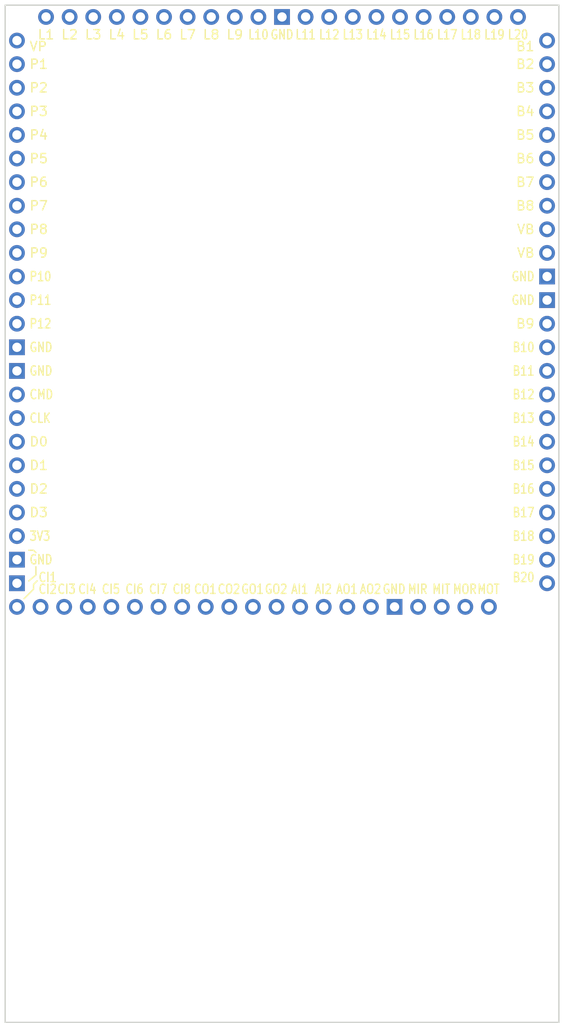
<source format=kicad_pcb>
(kicad_pcb (version 20171130) (host pcbnew "(5.1.9-0-10_14)")

  (general
    (thickness 1.6)
    (drawings 100)
    (tracks 0)
    (zones 0)
    (modules 4)
    (nets 83)
  )

  (page A4)
  (layers
    (0 F.Cu signal)
    (31 B.Cu signal)
    (32 B.Adhes user)
    (33 F.Adhes user)
    (34 B.Paste user)
    (35 F.Paste user)
    (36 B.SilkS user)
    (37 F.SilkS user)
    (38 B.Mask user)
    (39 F.Mask user)
    (40 Dwgs.User user)
    (41 Cmts.User user)
    (42 Eco1.User user)
    (43 Eco2.User user)
    (44 Edge.Cuts user)
    (45 Margin user)
    (46 B.CrtYd user hide)
    (47 F.CrtYd user hide)
    (48 B.Fab user hide)
    (49 F.Fab user hide)
  )

  (setup
    (last_trace_width 0.1524)
    (user_trace_width 0.1524)
    (user_trace_width 0.254)
    (user_trace_width 0.4064)
    (user_trace_width 0.635)
    (trace_clearance 0.1524)
    (zone_clearance 0.508)
    (zone_45_only no)
    (trace_min 0.1524)
    (via_size 0.6858)
    (via_drill 0.3048)
    (via_min_size 0.6858)
    (via_min_drill 0.3048)
    (uvia_size 0.3048)
    (uvia_drill 0.1524)
    (uvias_allowed no)
    (uvia_min_size 0.2)
    (uvia_min_drill 0.1)
    (edge_width 0.15)
    (segment_width 0.15)
    (pcb_text_width 0.3)
    (pcb_text_size 1.5 1.5)
    (mod_edge_width 0.15)
    (mod_text_size 1 1)
    (mod_text_width 0.15)
    (pad_size 1.7 1.7)
    (pad_drill 1)
    (pad_to_mask_clearance 0.2)
    (aux_axis_origin 0 0)
    (grid_origin 0 9.5)
    (visible_elements FFFFFF7F)
    (pcbplotparams
      (layerselection 0x010fc_ffffffff)
      (usegerberextensions false)
      (usegerberattributes false)
      (usegerberadvancedattributes false)
      (creategerberjobfile false)
      (excludeedgelayer true)
      (linewidth 0.100000)
      (plotframeref false)
      (viasonmask false)
      (mode 1)
      (useauxorigin false)
      (hpglpennumber 1)
      (hpglpenspeed 20)
      (hpglpendiameter 15.000000)
      (psnegative false)
      (psa4output false)
      (plotreference true)
      (plotvalue true)
      (plotinvisibletext false)
      (padsonsilk false)
      (subtractmaskfromsilk false)
      (outputformat 1)
      (mirror false)
      (drillshape 1)
      (scaleselection 1)
      (outputdirectory ""))
  )

  (net 0 "")
  (net 1 GND)
  (net 2 P1)
  (net 3 P2)
  (net 4 P3)
  (net 5 P4)
  (net 6 P5)
  (net 7 P6)
  (net 8 P7)
  (net 9 P8)
  (net 10 P9)
  (net 11 P10)
  (net 12 P11)
  (net 13 P12)
  (net 14 L20)
  (net 15 L19)
  (net 16 L18)
  (net 17 L17)
  (net 18 L16)
  (net 19 L15)
  (net 20 L14)
  (net 21 L13)
  (net 22 L12)
  (net 23 L11)
  (net 24 L10)
  (net 25 L9)
  (net 26 L8)
  (net 27 L7)
  (net 28 L6)
  (net 29 L5)
  (net 30 L4)
  (net 31 L3)
  (net 32 L2)
  (net 33 L1)
  (net 34 B1)
  (net 35 B2)
  (net 36 B3)
  (net 37 B4)
  (net 38 B5)
  (net 39 B6)
  (net 40 B7)
  (net 41 B8)
  (net 42 B9)
  (net 43 B10)
  (net 44 B11)
  (net 45 B12)
  (net 46 B13)
  (net 47 B14)
  (net 48 B15)
  (net 49 B16)
  (net 50 B17)
  (net 51 B18)
  (net 52 B19)
  (net 53 B20)
  (net 54 GO2)
  (net 55 GO1)
  (net 56 CI1)
  (net 57 CI2)
  (net 58 CI3)
  (net 59 CI4)
  (net 60 CI5)
  (net 61 CI6)
  (net 62 CI7)
  (net 63 CI8)
  (net 64 CO1)
  (net 65 CO2)
  (net 66 AI1)
  (net 67 AI2)
  (net 68 AO1)
  (net 69 AO2)
  (net 70 SDCMD)
  (net 71 SDCLK)
  (net 72 SDD0)
  (net 73 SDD1)
  (net 74 SDD2)
  (net 75 SDD3)
  (net 76 3V3)
  (net 77 VP)
  (net 78 MIR)
  (net 79 MIT)
  (net 80 MOR)
  (net 81 MOT)
  (net 82 VB)

  (net_class Default "This is the default net class."
    (clearance 0.1524)
    (trace_width 0.1524)
    (via_dia 0.6858)
    (via_drill 0.3048)
    (uvia_dia 0.3048)
    (uvia_drill 0.1524)
    (diff_pair_width 0.1524)
    (diff_pair_gap 0.1524)
    (add_net 3V3)
    (add_net AI1)
    (add_net AI2)
    (add_net AO1)
    (add_net AO2)
    (add_net B1)
    (add_net B10)
    (add_net B11)
    (add_net B12)
    (add_net B13)
    (add_net B14)
    (add_net B15)
    (add_net B16)
    (add_net B17)
    (add_net B18)
    (add_net B19)
    (add_net B2)
    (add_net B20)
    (add_net B3)
    (add_net B4)
    (add_net B5)
    (add_net B6)
    (add_net B7)
    (add_net B8)
    (add_net B9)
    (add_net CI1)
    (add_net CI2)
    (add_net CI3)
    (add_net CI4)
    (add_net CI5)
    (add_net CI6)
    (add_net CI7)
    (add_net CI8)
    (add_net CO1)
    (add_net CO2)
    (add_net GND)
    (add_net GO1)
    (add_net GO2)
    (add_net L1)
    (add_net L10)
    (add_net L11)
    (add_net L12)
    (add_net L13)
    (add_net L14)
    (add_net L15)
    (add_net L16)
    (add_net L17)
    (add_net L18)
    (add_net L19)
    (add_net L2)
    (add_net L20)
    (add_net L3)
    (add_net L4)
    (add_net L5)
    (add_net L6)
    (add_net L7)
    (add_net L8)
    (add_net L9)
    (add_net MIR)
    (add_net MIT)
    (add_net MOR)
    (add_net MOT)
    (add_net P1)
    (add_net P10)
    (add_net P11)
    (add_net P12)
    (add_net P2)
    (add_net P3)
    (add_net P4)
    (add_net P5)
    (add_net P6)
    (add_net P7)
    (add_net P8)
    (add_net P9)
    (add_net SDCLK)
    (add_net SDCMD)
    (add_net SDD0)
    (add_net SDD1)
    (add_net SDD2)
    (add_net SDD3)
    (add_net VB)
    (add_net VP)
  )

  (module Connector_PinHeader_2.54mm:PinHeader_1x21_P2.54mm_Vertical (layer B.Cu) (tedit 608D0EE5) (tstamp 608D0CC2)
    (at 1.77 74.27 270)
    (descr "Through hole straight pin header, 1x21, 2.54mm pitch, single row")
    (tags "Through hole pin header THT 1x21 2.54mm single row")
    (path /608C80B8)
    (fp_text reference J2 (at 0 2.33 270) (layer B.SilkS) hide
      (effects (font (size 1 1) (thickness 0.15)) (justify mirror))
    )
    (fp_text value BOTTOM (at 0 -53.13 270) (layer B.Fab)
      (effects (font (size 1 1) (thickness 0.15)) (justify mirror))
    )
    (fp_line (start 1.8 1.8) (end -1.8 1.8) (layer B.CrtYd) (width 0.05))
    (fp_line (start 1.8 -52.6) (end 1.8 1.8) (layer B.CrtYd) (width 0.05))
    (fp_line (start -1.8 -52.6) (end 1.8 -52.6) (layer B.CrtYd) (width 0.05))
    (fp_line (start -1.8 1.8) (end -1.8 -52.6) (layer B.CrtYd) (width 0.05))
    (fp_line (start -1.27 0.635) (end -0.635 1.27) (layer B.Fab) (width 0.1))
    (fp_line (start -1.27 -52.07) (end -1.27 0.635) (layer B.Fab) (width 0.1))
    (fp_line (start 1.27 -52.07) (end -1.27 -52.07) (layer B.Fab) (width 0.1))
    (fp_line (start 1.27 1.27) (end 1.27 -52.07) (layer B.Fab) (width 0.1))
    (fp_line (start -0.635 1.27) (end 1.27 1.27) (layer B.Fab) (width 0.1))
    (fp_text user %R (at 0 -25.4 180) (layer B.Fab)
      (effects (font (size 1 1) (thickness 0.15)) (justify mirror))
    )
    (pad 1 thru_hole oval (at 0 0 270) (size 1.7 1.7) (drill 1) (layers *.Cu *.Mask)
      (net 56 CI1))
    (pad 2 thru_hole oval (at 0 -2.54 270) (size 1.7 1.7) (drill 1) (layers *.Cu *.Mask)
      (net 57 CI2))
    (pad 3 thru_hole oval (at 0 -5.08 270) (size 1.7 1.7) (drill 1) (layers *.Cu *.Mask)
      (net 58 CI3))
    (pad 4 thru_hole oval (at 0 -7.62 270) (size 1.7 1.7) (drill 1) (layers *.Cu *.Mask)
      (net 59 CI4))
    (pad 5 thru_hole oval (at 0 -10.16 270) (size 1.7 1.7) (drill 1) (layers *.Cu *.Mask)
      (net 60 CI5))
    (pad 6 thru_hole oval (at 0 -12.7 270) (size 1.7 1.7) (drill 1) (layers *.Cu *.Mask)
      (net 61 CI6))
    (pad 7 thru_hole oval (at 0 -15.24 270) (size 1.7 1.7) (drill 1) (layers *.Cu *.Mask)
      (net 62 CI7))
    (pad 8 thru_hole oval (at 0 -17.78 270) (size 1.7 1.7) (drill 1) (layers *.Cu *.Mask)
      (net 63 CI8))
    (pad 9 thru_hole oval (at 0 -20.32 270) (size 1.7 1.7) (drill 1) (layers *.Cu *.Mask)
      (net 64 CO1))
    (pad 10 thru_hole oval (at 0 -22.86 270) (size 1.7 1.7) (drill 1) (layers *.Cu *.Mask)
      (net 65 CO2))
    (pad 11 thru_hole oval (at 0 -25.4 270) (size 1.7 1.7) (drill 1) (layers *.Cu *.Mask)
      (net 55 GO1))
    (pad 12 thru_hole oval (at 0 -27.94 270) (size 1.7 1.7) (drill 1) (layers *.Cu *.Mask)
      (net 54 GO2))
    (pad 13 thru_hole oval (at 0 -30.48 270) (size 1.7 1.7) (drill 1) (layers *.Cu *.Mask)
      (net 66 AI1))
    (pad 14 thru_hole oval (at 0 -33.02 270) (size 1.7 1.7) (drill 1) (layers *.Cu *.Mask)
      (net 67 AI2))
    (pad 15 thru_hole oval (at 0 -35.56 270) (size 1.7 1.7) (drill 1) (layers *.Cu *.Mask)
      (net 68 AO1))
    (pad 16 thru_hole oval (at 0 -38.1 270) (size 1.7 1.7) (drill 1) (layers *.Cu *.Mask)
      (net 69 AO2))
    (pad 17 thru_hole rect (at 0 -40.64 270) (size 1.7 1.7) (drill 1) (layers *.Cu *.Mask)
      (net 1 GND))
    (pad 18 thru_hole oval (at 0 -43.18 270) (size 1.7 1.7) (drill 1) (layers *.Cu *.Mask)
      (net 78 MIR))
    (pad 19 thru_hole oval (at 0 -45.72 270) (size 1.7 1.7) (drill 1) (layers *.Cu *.Mask)
      (net 79 MIT))
    (pad 20 thru_hole oval (at 0 -48.26 270) (size 1.7 1.7) (drill 1) (layers *.Cu *.Mask)
      (net 80 MOR))
    (pad 21 thru_hole oval (at 0 -50.8 270) (size 1.7 1.7) (drill 1) (layers *.Cu *.Mask)
      (net 81 MOT))
    (model ${KISYS3DMOD}/Connector_PinHeader_2.54mm.3dshapes/PinHeader_1x21_P2.54mm_Vertical.wrl
      (at (xyz 0 0 0))
      (scale (xyz 1 1 1))
      (rotate (xyz 0 0 0))
    )
  )

  (module Connector_PinHeader_2.54mm:PinHeader_1x21_P2.54mm_Vertical (layer B.Cu) (tedit 608D105C) (tstamp 608D0CEA)
    (at 4.9 10.77 270)
    (descr "Through hole straight pin header, 1x21, 2.54mm pitch, single row")
    (tags "Through hole pin header THT 1x21 2.54mm single row")
    (path /608D2E60)
    (fp_text reference J4 (at 0 2.33 270) (layer B.SilkS) hide
      (effects (font (size 1 1) (thickness 0.15)) (justify mirror))
    )
    (fp_text value TOP (at 0 -53.13 270) (layer B.Fab)
      (effects (font (size 1 1) (thickness 0.15)) (justify mirror))
    )
    (fp_line (start -0.635 1.27) (end 1.27 1.27) (layer B.Fab) (width 0.1))
    (fp_line (start 1.27 1.27) (end 1.27 -52.07) (layer B.Fab) (width 0.1))
    (fp_line (start 1.27 -52.07) (end -1.27 -52.07) (layer B.Fab) (width 0.1))
    (fp_line (start -1.27 -52.07) (end -1.27 0.635) (layer B.Fab) (width 0.1))
    (fp_line (start -1.27 0.635) (end -0.635 1.27) (layer B.Fab) (width 0.1))
    (fp_line (start -1.8 1.8) (end -1.8 -52.6) (layer B.CrtYd) (width 0.05))
    (fp_line (start -1.8 -52.6) (end 1.8 -52.6) (layer B.CrtYd) (width 0.05))
    (fp_line (start 1.8 -52.6) (end 1.8 1.8) (layer B.CrtYd) (width 0.05))
    (fp_line (start 1.8 1.8) (end -1.8 1.8) (layer B.CrtYd) (width 0.05))
    (fp_text user %R (at 0 -25.4 180) (layer B.Fab)
      (effects (font (size 1 1) (thickness 0.15)) (justify mirror))
    )
    (pad 21 thru_hole oval (at 0 -50.8 270) (size 1.7 1.7) (drill 1) (layers *.Cu *.Mask)
      (net 14 L20))
    (pad 20 thru_hole oval (at 0 -48.26 270) (size 1.7 1.7) (drill 1) (layers *.Cu *.Mask)
      (net 15 L19))
    (pad 19 thru_hole oval (at 0 -45.72 270) (size 1.7 1.7) (drill 1) (layers *.Cu *.Mask)
      (net 16 L18))
    (pad 18 thru_hole oval (at 0 -43.18 270) (size 1.7 1.7) (drill 1) (layers *.Cu *.Mask)
      (net 17 L17))
    (pad 17 thru_hole oval (at 0 -40.64 270) (size 1.7 1.7) (drill 1) (layers *.Cu *.Mask)
      (net 18 L16))
    (pad 16 thru_hole oval (at 0 -38.1 270) (size 1.7 1.7) (drill 1) (layers *.Cu *.Mask)
      (net 19 L15))
    (pad 15 thru_hole oval (at 0 -35.56 270) (size 1.7 1.7) (drill 1) (layers *.Cu *.Mask)
      (net 20 L14))
    (pad 14 thru_hole oval (at 0 -33.02 270) (size 1.7 1.7) (drill 1) (layers *.Cu *.Mask)
      (net 21 L13))
    (pad 13 thru_hole oval (at 0 -30.48 270) (size 1.7 1.7) (drill 1) (layers *.Cu *.Mask)
      (net 22 L12))
    (pad 12 thru_hole oval (at 0 -27.94 270) (size 1.7 1.7) (drill 1) (layers *.Cu *.Mask)
      (net 23 L11))
    (pad 11 thru_hole rect (at 0 -25.4 270) (size 1.7 1.7) (drill 1) (layers *.Cu *.Mask)
      (net 1 GND))
    (pad 10 thru_hole oval (at 0 -22.86 270) (size 1.7 1.7) (drill 1) (layers *.Cu *.Mask)
      (net 24 L10))
    (pad 9 thru_hole oval (at 0 -20.32 270) (size 1.7 1.7) (drill 1) (layers *.Cu *.Mask)
      (net 25 L9))
    (pad 8 thru_hole oval (at 0 -17.78 270) (size 1.7 1.7) (drill 1) (layers *.Cu *.Mask)
      (net 26 L8))
    (pad 7 thru_hole oval (at 0 -15.24 270) (size 1.7 1.7) (drill 1) (layers *.Cu *.Mask)
      (net 27 L7))
    (pad 6 thru_hole oval (at 0 -12.7 270) (size 1.7 1.7) (drill 1) (layers *.Cu *.Mask)
      (net 28 L6))
    (pad 5 thru_hole oval (at 0 -10.16 270) (size 1.7 1.7) (drill 1) (layers *.Cu *.Mask)
      (net 29 L5))
    (pad 4 thru_hole oval (at 0 -7.62 270) (size 1.7 1.7) (drill 1) (layers *.Cu *.Mask)
      (net 30 L4))
    (pad 3 thru_hole oval (at 0 -5.08 270) (size 1.7 1.7) (drill 1) (layers *.Cu *.Mask)
      (net 31 L3))
    (pad 2 thru_hole oval (at 0 -2.54 270) (size 1.7 1.7) (drill 1) (layers *.Cu *.Mask)
      (net 32 L2))
    (pad 1 thru_hole oval (at 0 0 270) (size 1.7 1.7) (drill 1) (layers *.Cu *.Mask)
      (net 33 L1))
    (model ${KISYS3DMOD}/Connector_PinHeader_2.54mm.3dshapes/PinHeader_1x21_P2.54mm_Vertical.wrl
      (at (xyz 0 0 0))
      (scale (xyz 1 1 1))
      (rotate (xyz 0 0 0))
    )
  )

  (module Connector_PinHeader_2.54mm:PinHeader_1x24_P2.54mm_Vertical (layer B.Cu) (tedit 609AE118) (tstamp 608C2FB8)
    (at 58.83 13.31 180)
    (descr "Through hole straight pin header, 1x24, 2.54mm pitch, single row")
    (tags "Through hole pin header THT 1x24 2.54mm single row")
    (path /608CDDA4)
    (fp_text reference J3 (at 0 2.33) (layer B.SilkS) hide
      (effects (font (size 1 1) (thickness 0.15)) (justify mirror))
    )
    (fp_text value RIGHT (at 0 -60.75) (layer B.Fab)
      (effects (font (size 1 1) (thickness 0.15)) (justify mirror))
    )
    (fp_line (start -0.635 1.27) (end 1.27 1.27) (layer B.Fab) (width 0.1))
    (fp_line (start 1.27 1.27) (end 1.27 -59.69) (layer B.Fab) (width 0.1))
    (fp_line (start 1.27 -59.69) (end -1.27 -59.69) (layer B.Fab) (width 0.1))
    (fp_line (start -1.27 -59.69) (end -1.27 0.635) (layer B.Fab) (width 0.1))
    (fp_line (start -1.27 0.635) (end -0.635 1.27) (layer B.Fab) (width 0.1))
    (fp_line (start -1.8 1.8) (end -1.8 -60.2) (layer B.CrtYd) (width 0.05))
    (fp_line (start -1.8 -60.2) (end 1.8 -60.2) (layer B.CrtYd) (width 0.05))
    (fp_line (start 1.8 -60.2) (end 1.8 1.8) (layer B.CrtYd) (width 0.05))
    (fp_line (start 1.8 1.8) (end -1.8 1.8) (layer B.CrtYd) (width 0.05))
    (fp_text user %R (at 0 -29.21 270) (layer B.Fab)
      (effects (font (size 1 1) (thickness 0.15)) (justify mirror))
    )
    (pad 1 thru_hole oval (at 0 0 180) (size 1.7 1.7) (drill 1) (layers *.Cu *.Mask)
      (net 34 B1))
    (pad 2 thru_hole oval (at 0 -2.54 180) (size 1.7 1.7) (drill 1) (layers *.Cu *.Mask)
      (net 35 B2))
    (pad 3 thru_hole oval (at 0 -5.08 180) (size 1.7 1.7) (drill 1) (layers *.Cu *.Mask)
      (net 36 B3))
    (pad 4 thru_hole oval (at 0 -7.62 180) (size 1.7 1.7) (drill 1) (layers *.Cu *.Mask)
      (net 37 B4))
    (pad 5 thru_hole oval (at 0 -10.16 180) (size 1.7 1.7) (drill 1) (layers *.Cu *.Mask)
      (net 38 B5))
    (pad 6 thru_hole oval (at 0 -12.7 180) (size 1.7 1.7) (drill 1) (layers *.Cu *.Mask)
      (net 39 B6))
    (pad 7 thru_hole oval (at 0 -15.24 180) (size 1.7 1.7) (drill 1) (layers *.Cu *.Mask)
      (net 40 B7))
    (pad 8 thru_hole oval (at 0 -17.78 180) (size 1.7 1.7) (drill 1) (layers *.Cu *.Mask)
      (net 41 B8))
    (pad 9 thru_hole oval (at 0 -20.32 180) (size 1.7 1.7) (drill 1) (layers *.Cu *.Mask)
      (net 82 VB))
    (pad 10 thru_hole oval (at 0 -22.86 180) (size 1.7 1.7) (drill 1) (layers *.Cu *.Mask)
      (net 82 VB))
    (pad 11 thru_hole rect (at 0 -25.4 180) (size 1.7 1.7) (drill 1) (layers *.Cu *.Mask)
      (net 1 GND))
    (pad 12 thru_hole rect (at 0 -27.94 180) (size 1.7 1.7) (drill 1) (layers *.Cu *.Mask)
      (net 1 GND))
    (pad 13 thru_hole oval (at 0 -30.48 180) (size 1.7 1.7) (drill 1) (layers *.Cu *.Mask)
      (net 42 B9))
    (pad 14 thru_hole oval (at 0 -33.02 180) (size 1.7 1.7) (drill 1) (layers *.Cu *.Mask)
      (net 43 B10))
    (pad 15 thru_hole oval (at 0 -35.56 180) (size 1.7 1.7) (drill 1) (layers *.Cu *.Mask)
      (net 44 B11))
    (pad 16 thru_hole oval (at 0 -38.1 180) (size 1.7 1.7) (drill 1) (layers *.Cu *.Mask)
      (net 45 B12))
    (pad 17 thru_hole oval (at 0 -40.64 180) (size 1.7 1.7) (drill 1) (layers *.Cu *.Mask)
      (net 46 B13))
    (pad 18 thru_hole oval (at 0 -43.18 180) (size 1.7 1.7) (drill 1) (layers *.Cu *.Mask)
      (net 47 B14))
    (pad 19 thru_hole oval (at 0 -45.72 180) (size 1.7 1.7) (drill 1) (layers *.Cu *.Mask)
      (net 48 B15))
    (pad 20 thru_hole oval (at 0 -48.26 180) (size 1.7 1.7) (drill 1) (layers *.Cu *.Mask)
      (net 49 B16))
    (pad 21 thru_hole oval (at 0 -50.8 180) (size 1.7 1.7) (drill 1) (layers *.Cu *.Mask)
      (net 50 B17))
    (pad 22 thru_hole oval (at 0 -53.34 180) (size 1.7 1.7) (drill 1) (layers *.Cu *.Mask)
      (net 51 B18))
    (pad 23 thru_hole oval (at 0 -55.88 180) (size 1.7 1.7) (drill 1) (layers *.Cu *.Mask)
      (net 52 B19))
    (pad 24 thru_hole oval (at 0 -58.42 180) (size 1.7 1.7) (drill 1) (layers *.Cu *.Mask)
      (net 53 B20))
    (model ${KISYS3DMOD}/Connector_PinHeader_2.54mm.3dshapes/PinHeader_1x24_P2.54mm_Vertical.wrl
      (at (xyz 0 0 0))
      (scale (xyz 1 1 1))
      (rotate (xyz 0 0 0))
    )
  )

  (module Connector_PinHeader_2.54mm:PinHeader_1x24_P2.54mm_Vertical (layer B.Cu) (tedit 608C313D) (tstamp 608C2F60)
    (at 1.77 13.31 180)
    (descr "Through hole straight pin header, 1x24, 2.54mm pitch, single row")
    (tags "Through hole pin header THT 1x24 2.54mm single row")
    (path /608C32C5)
    (fp_text reference J1 (at 0 2.33) (layer B.SilkS) hide
      (effects (font (size 1 1) (thickness 0.15)) (justify mirror))
    )
    (fp_text value LEFT (at 0 -60.75) (layer B.Fab)
      (effects (font (size 1 1) (thickness 0.15)) (justify mirror))
    )
    (fp_line (start -0.635 1.27) (end 1.27 1.27) (layer B.Fab) (width 0.1))
    (fp_line (start 1.27 1.27) (end 1.27 -59.69) (layer B.Fab) (width 0.1))
    (fp_line (start 1.27 -59.69) (end -1.27 -59.69) (layer B.Fab) (width 0.1))
    (fp_line (start -1.27 -59.69) (end -1.27 0.635) (layer B.Fab) (width 0.1))
    (fp_line (start -1.27 0.635) (end -0.635 1.27) (layer B.Fab) (width 0.1))
    (fp_line (start -1.8 1.8) (end -1.8 -60.2) (layer B.CrtYd) (width 0.05))
    (fp_line (start -1.8 -60.2) (end 1.8 -60.2) (layer B.CrtYd) (width 0.05))
    (fp_line (start 1.8 -60.2) (end 1.8 1.8) (layer B.CrtYd) (width 0.05))
    (fp_line (start 1.8 1.8) (end -1.8 1.8) (layer B.CrtYd) (width 0.05))
    (fp_text user %R (at 0 -29.21 270) (layer B.Fab)
      (effects (font (size 1 1) (thickness 0.15)) (justify mirror))
    )
    (pad 1 thru_hole oval (at 0 0 180) (size 1.7 1.7) (drill 1) (layers *.Cu *.Mask)
      (net 77 VP))
    (pad 2 thru_hole oval (at 0 -2.54 180) (size 1.7 1.7) (drill 1) (layers *.Cu *.Mask)
      (net 2 P1))
    (pad 3 thru_hole oval (at 0 -5.08 180) (size 1.7 1.7) (drill 1) (layers *.Cu *.Mask)
      (net 3 P2))
    (pad 4 thru_hole oval (at 0 -7.62 180) (size 1.7 1.7) (drill 1) (layers *.Cu *.Mask)
      (net 4 P3))
    (pad 5 thru_hole oval (at 0 -10.16 180) (size 1.7 1.7) (drill 1) (layers *.Cu *.Mask)
      (net 5 P4))
    (pad 6 thru_hole oval (at 0 -12.7 180) (size 1.7 1.7) (drill 1) (layers *.Cu *.Mask)
      (net 6 P5))
    (pad 7 thru_hole oval (at 0 -15.24 180) (size 1.7 1.7) (drill 1) (layers *.Cu *.Mask)
      (net 7 P6))
    (pad 8 thru_hole oval (at 0 -17.78 180) (size 1.7 1.7) (drill 1) (layers *.Cu *.Mask)
      (net 8 P7))
    (pad 9 thru_hole oval (at 0 -20.32 180) (size 1.7 1.7) (drill 1) (layers *.Cu *.Mask)
      (net 9 P8))
    (pad 10 thru_hole oval (at 0 -22.86 180) (size 1.7 1.7) (drill 1) (layers *.Cu *.Mask)
      (net 10 P9))
    (pad 11 thru_hole oval (at 0 -25.4 180) (size 1.7 1.7) (drill 1) (layers *.Cu *.Mask)
      (net 11 P10))
    (pad 12 thru_hole oval (at 0 -27.94 180) (size 1.7 1.7) (drill 1) (layers *.Cu *.Mask)
      (net 12 P11))
    (pad 13 thru_hole oval (at 0 -30.48 180) (size 1.7 1.7) (drill 1) (layers *.Cu *.Mask)
      (net 13 P12))
    (pad 14 thru_hole rect (at 0 -33.02 180) (size 1.7 1.7) (drill 1) (layers *.Cu *.Mask)
      (net 1 GND))
    (pad 15 thru_hole rect (at 0 -35.56 180) (size 1.7 1.7) (drill 1) (layers *.Cu *.Mask)
      (net 1 GND))
    (pad 16 thru_hole oval (at 0 -38.1 180) (size 1.7 1.7) (drill 1) (layers *.Cu *.Mask)
      (net 70 SDCMD))
    (pad 17 thru_hole oval (at 0 -40.64 180) (size 1.7 1.7) (drill 1) (layers *.Cu *.Mask)
      (net 71 SDCLK))
    (pad 18 thru_hole oval (at 0 -43.18 180) (size 1.7 1.7) (drill 1) (layers *.Cu *.Mask)
      (net 72 SDD0))
    (pad 19 thru_hole oval (at 0 -45.72 180) (size 1.7 1.7) (drill 1) (layers *.Cu *.Mask)
      (net 73 SDD1))
    (pad 20 thru_hole oval (at 0 -48.26 180) (size 1.7 1.7) (drill 1) (layers *.Cu *.Mask)
      (net 74 SDD2))
    (pad 21 thru_hole oval (at 0 -50.8 180) (size 1.7 1.7) (drill 1) (layers *.Cu *.Mask)
      (net 75 SDD3))
    (pad 22 thru_hole oval (at 0 -53.34 180) (size 1.7 1.7) (drill 1) (layers *.Cu *.Mask)
      (net 76 3V3))
    (pad 23 thru_hole rect (at 0 -55.88 180) (size 1.7 1.7) (drill 1) (layers *.Cu *.Mask)
      (net 1 GND))
    (pad 24 thru_hole rect (at 0 -58.42 180) (size 1.7 1.7) (drill 1) (layers *.Cu *.Mask)
      (net 1 GND))
    (model ${KISYS3DMOD}/Connector_PinHeader_2.54mm.3dshapes/PinHeader_1x24_P2.54mm_Vertical.wrl
      (at (xyz 0 0 0))
      (scale (xyz 1 1 1))
      (rotate (xyz 0 0 0))
    )
  )

  (gr_line (start 3.556 71.857) (end 3.937 71.476) (layer F.SilkS) (width 0.15))
  (gr_line (start 3.556 72.365) (end 3.556 71.857) (layer F.SilkS) (width 0.15))
  (gr_line (start 2.54 73.381) (end 3.556 72.365) (layer F.SilkS) (width 0.15))
  (gr_line (start 3.556 68.174) (end 3.048 68.174) (layer F.SilkS) (width 0.15))
  (gr_line (start 3.81 68.428) (end 3.556 68.174) (layer F.SilkS) (width 0.15))
  (gr_line (start 3.81 70.841) (end 3.048 71.476) (layer F.SilkS) (width 0.15))
  (gr_line (start 3.81 69.952) (end 3.81 70.841) (layer F.SilkS) (width 0.15))
  (gr_text VB (at 57.56 36.17) (layer F.SilkS) (tstamp 608D177D)
    (effects (font (size 1 1) (thickness 0.15)) (justify right))
  )
  (gr_text GND (at 57.56 38.71) (layer F.SilkS) (tstamp 608D1770)
    (effects (font (size 1 0.8) (thickness 0.15)) (justify right))
  )
  (gr_text B4 (at 57.56 20.93) (layer F.SilkS) (tstamp 608D1769)
    (effects (font (size 1 1) (thickness 0.15)) (justify right))
  )
  (gr_text B3 (at 57.56 18.39) (layer F.SilkS) (tstamp 608D1766)
    (effects (font (size 1 1) (thickness 0.15)) (justify right))
  )
  (gr_text B1 (at 57.56 13.945) (layer F.SilkS) (tstamp 608D174D)
    (effects (font (size 1 1) (thickness 0.15)) (justify right))
  )
  (gr_text B2 (at 57.56 15.85) (layer F.SilkS) (tstamp 608D174A)
    (effects (font (size 1 1) (thickness 0.15)) (justify right))
  )
  (gr_text MOT (at 52.525 72.365) (layer F.SilkS) (tstamp 608E90FF)
    (effects (font (size 1 0.8) (thickness 0.15)))
  )
  (gr_text MOR (at 49.985 72.365) (layer F.SilkS) (tstamp 608E9102)
    (effects (font (size 1 0.8) (thickness 0.15)))
  )
  (gr_text MIT (at 47.445 72.365) (layer F.SilkS) (tstamp 608E9105)
    (effects (font (size 1 0.8) (thickness 0.15)))
  )
  (gr_text MIR (at 44.905 72.365) (layer F.SilkS) (tstamp 608E9108)
    (effects (font (size 1 0.8) (thickness 0.15)))
  )
  (gr_text GND (at 42.365 72.365) (layer F.SilkS) (tstamp 608E910B)
    (effects (font (size 1 0.8) (thickness 0.15)))
  )
  (gr_text L10 (at 27.76 12.675) (layer F.SilkS) (tstamp 608C3773)
    (effects (font (size 1 0.8) (thickness 0.15)))
  )
  (gr_text L9 (at 25.22 12.675) (layer F.SilkS) (tstamp 608C376F)
    (effects (font (size 1 1) (thickness 0.15)))
  )
  (gr_text L8 (at 22.68 12.675) (layer F.SilkS) (tstamp 608C376C)
    (effects (font (size 1 1) (thickness 0.15)))
  )
  (gr_text L11 (at 32.84 12.675) (layer F.SilkS) (tstamp 608C3767)
    (effects (font (size 1 0.8) (thickness 0.15)))
  )
  (gr_text L12 (at 35.38 12.675) (layer F.SilkS) (tstamp 608C3764)
    (effects (font (size 1 0.8) (thickness 0.15)))
  )
  (gr_text L13 (at 37.92 12.675) (layer F.SilkS) (tstamp 608C3761)
    (effects (font (size 1 0.8) (thickness 0.15)))
  )
  (gr_text L14 (at 40.46 12.675) (layer F.SilkS) (tstamp 608C375E)
    (effects (font (size 1 0.8) (thickness 0.15)))
  )
  (gr_text L15 (at 43 12.675) (layer F.SilkS) (tstamp 608C3759)
    (effects (font (size 1 0.8) (thickness 0.15)))
  )
  (gr_text L16 (at 45.54 12.675) (layer F.SilkS) (tstamp 608C372E)
    (effects (font (size 1 0.8) (thickness 0.15)))
  )
  (gr_text L17 (at 48.08 12.675) (layer F.SilkS) (tstamp 608C372A)
    (effects (font (size 1 0.8) (thickness 0.15)))
  )
  (gr_text L18 (at 50.62 12.675) (layer F.SilkS) (tstamp 608C3726)
    (effects (font (size 1 0.8) (thickness 0.15)))
  )
  (gr_text L19 (at 53.16 12.675) (layer F.SilkS) (tstamp 608C371E)
    (effects (font (size 1 0.8) (thickness 0.15)))
  )
  (gr_text L20 (at 55.7 12.675) (layer F.SilkS) (tstamp 608C371B)
    (effects (font (size 1 0.8) (thickness 0.15)))
  )
  (gr_text B5 (at 57.56 23.47) (layer F.SilkS) (tstamp 608C3710)
    (effects (font (size 1 1) (thickness 0.15)) (justify right))
  )
  (gr_text B6 (at 57.56 26.01) (layer F.SilkS) (tstamp 608C370C)
    (effects (font (size 1 1) (thickness 0.15)) (justify right))
  )
  (gr_text B7 (at 57.56 28.55) (layer F.SilkS) (tstamp 608C3709)
    (effects (font (size 1 1) (thickness 0.15)) (justify right))
  )
  (gr_text B8 (at 57.56 31.09) (layer F.SilkS) (tstamp 608C3705)
    (effects (font (size 1 1) (thickness 0.15)) (justify right))
  )
  (gr_text B9 (at 57.56 43.79) (layer F.SilkS) (tstamp 609AE0D5)
    (effects (font (size 1 1) (thickness 0.15)) (justify right))
  )
  (gr_text B10 (at 57.56 46.33) (layer F.SilkS) (tstamp 608C36F5)
    (effects (font (size 1 0.8) (thickness 0.15)) (justify right))
  )
  (gr_text B11 (at 57.56 48.87) (layer F.SilkS) (tstamp 608C36F0)
    (effects (font (size 1 0.8) (thickness 0.15)) (justify right))
  )
  (gr_text B12 (at 57.56 51.41) (layer F.SilkS) (tstamp 608C36ED)
    (effects (font (size 1 0.8) (thickness 0.15)) (justify right))
  )
  (gr_text VB (at 57.56 33.63) (layer F.SilkS) (tstamp 608C36EA)
    (effects (font (size 1 1) (thickness 0.15)) (justify right))
  )
  (gr_text GND (at 57.56 41.25) (layer F.SilkS) (tstamp 608C36E4)
    (effects (font (size 1 0.8) (thickness 0.15)) (justify right))
  )
  (gr_text B13 (at 57.56 53.95) (layer F.SilkS) (tstamp 608C36E1)
    (effects (font (size 1 0.8) (thickness 0.15)) (justify right))
  )
  (gr_text B14 (at 57.56 56.49) (layer F.SilkS) (tstamp 608C36DE)
    (effects (font (size 1 0.8) (thickness 0.15)) (justify right))
  )
  (gr_text B15 (at 57.56 59.03) (layer F.SilkS) (tstamp 608C36DB)
    (effects (font (size 1 0.8) (thickness 0.15)) (justify right))
  )
  (gr_text B16 (at 57.56 61.57) (layer F.SilkS) (tstamp 608C36D8)
    (effects (font (size 1 0.8) (thickness 0.15)) (justify right))
  )
  (gr_text B17 (at 57.56 64.11) (layer F.SilkS) (tstamp 608C36CA)
    (effects (font (size 1 0.8) (thickness 0.15)) (justify right))
  )
  (gr_text B18 (at 57.56 66.65) (layer F.SilkS) (tstamp 608C36C7)
    (effects (font (size 1 0.8) (thickness 0.15)) (justify right))
  )
  (gr_text B20 (at 57.56 71.095) (layer F.SilkS) (tstamp 608C36C4)
    (effects (font (size 1 0.8) (thickness 0.15)) (justify right))
  )
  (gr_text B19 (at 57.56 69.19) (layer F.SilkS) (tstamp 608C36C0)
    (effects (font (size 1 0.8) (thickness 0.15)) (justify right))
  )
  (gr_text GO2 (at 29.665 72.365) (layer F.SilkS) (tstamp 608E90FC)
    (effects (font (size 1 0.8) (thickness 0.15)))
  )
  (gr_text GO1 (at 27.125 72.365) (layer F.SilkS) (tstamp 608E90F9)
    (effects (font (size 1 0.8) (thickness 0.15)))
  )
  (gr_text CO2 (at 24.585 72.365) (layer F.SilkS) (tstamp 608E90F6)
    (effects (font (size 1 0.8) (thickness 0.15)))
  )
  (gr_text CO1 (at 22.045 72.365) (layer F.SilkS) (tstamp 608E90F3)
    (effects (font (size 1 0.8) (thickness 0.15)))
  )
  (gr_text CI8 (at 19.505 72.365) (layer F.SilkS) (tstamp 608E90F0)
    (effects (font (size 1 0.8) (thickness 0.15)))
  )
  (gr_text CI7 (at 16.965 72.365) (layer F.SilkS) (tstamp 608E90ED)
    (effects (font (size 1 0.8) (thickness 0.15)))
  )
  (gr_text CI6 (at 14.425 72.365) (layer F.SilkS) (tstamp 608E90EA)
    (effects (font (size 1 0.8) (thickness 0.15)))
  )
  (gr_text CI5 (at 11.885 72.365) (layer F.SilkS) (tstamp 608E90E7)
    (effects (font (size 1 0.8) (thickness 0.15)))
  )
  (gr_text CI4 (at 9.345 72.365) (layer F.SilkS) (tstamp 608E90E4)
    (effects (font (size 1 0.8) (thickness 0.15)))
  )
  (gr_text CI3 (at 7.112 72.365) (layer F.SilkS) (tstamp 608E90E1)
    (effects (font (size 1 0.8) (thickness 0.15)))
  )
  (gr_text CI2 (at 5.08 72.365) (layer F.SilkS) (tstamp 608E90DE)
    (effects (font (size 1 0.8) (thickness 0.15)))
  )
  (gr_text CI1 (at 5.08 71.095) (layer F.SilkS) (tstamp 608E91CD)
    (effects (font (size 1 0.8) (thickness 0.15)))
  )
  (gr_text AO2 (at 39.825 72.365) (layer F.SilkS) (tstamp 608E90D8)
    (effects (font (size 1 0.8) (thickness 0.15)))
  )
  (gr_text AO1 (at 37.285 72.365) (layer F.SilkS) (tstamp 608E90D5)
    (effects (font (size 1 0.8) (thickness 0.15)))
  )
  (gr_text AI1 (at 32.205 72.365) (layer F.SilkS) (tstamp 608E90D2)
    (effects (font (size 1 0.8) (thickness 0.15)))
  )
  (gr_text AI2 (at 34.745 72.365) (layer F.SilkS) (tstamp 608E90CF)
    (effects (font (size 1 0.8) (thickness 0.15)))
  )
  (gr_text GND (at 3.04 69.19) (layer F.SilkS) (tstamp 608C349B)
    (effects (font (size 1 0.8) (thickness 0.15)) (justify left))
  )
  (gr_text 3V3 (at 3.04 66.65) (layer F.SilkS) (tstamp 608C3498)
    (effects (font (size 1 0.8) (thickness 0.15)) (justify left))
  )
  (gr_text D3 (at 3.04 64.11) (layer F.SilkS) (tstamp 608C3495)
    (effects (font (size 1 1) (thickness 0.15)) (justify left))
  )
  (gr_text D2 (at 3.04 61.57) (layer F.SilkS) (tstamp 608C3492)
    (effects (font (size 1 1) (thickness 0.15)) (justify left))
  )
  (gr_text D1 (at 3.04 59.03) (layer F.SilkS) (tstamp 608C348F)
    (effects (font (size 1 1) (thickness 0.15)) (justify left))
  )
  (gr_text D0 (at 3.04 56.49) (layer F.SilkS) (tstamp 608C348C)
    (effects (font (size 1 1) (thickness 0.15)) (justify left))
  )
  (gr_text CLK (at 3.04 53.95) (layer F.SilkS) (tstamp 608C3489)
    (effects (font (size 1 0.8) (thickness 0.15)) (justify left))
  )
  (gr_text CMD (at 3.04 51.41) (layer F.SilkS) (tstamp 608C3486)
    (effects (font (size 1 0.8) (thickness 0.15)) (justify left))
  )
  (gr_text GND (at 3.04 48.87) (layer F.SilkS) (tstamp 608C3484)
    (effects (font (size 1 0.8) (thickness 0.15)) (justify left))
  )
  (gr_text GND (at 3.04 46.33) (layer F.SilkS) (tstamp 608C3481)
    (effects (font (size 1 0.8) (thickness 0.15)) (justify left))
  )
  (gr_text P12 (at 3.04 43.79) (layer F.SilkS) (tstamp 608C347E)
    (effects (font (size 1 0.8) (thickness 0.15)) (justify left))
  )
  (gr_text P11 (at 3.04 41.25) (layer F.SilkS) (tstamp 608C347B)
    (effects (font (size 1 0.8) (thickness 0.15)) (justify left))
  )
  (gr_text P10 (at 3.04 38.71) (layer F.SilkS) (tstamp 608C3478)
    (effects (font (size 1 0.8) (thickness 0.15)) (justify left))
  )
  (gr_text P9 (at 3.04 36.17) (layer F.SilkS) (tstamp 608C3475)
    (effects (font (size 1 1) (thickness 0.15)) (justify left))
  )
  (gr_text P8 (at 3.04 33.63) (layer F.SilkS) (tstamp 608C3472)
    (effects (font (size 1 1) (thickness 0.15)) (justify left))
  )
  (gr_text P7 (at 3.04 31.09) (layer F.SilkS) (tstamp 608C346F)
    (effects (font (size 1 1) (thickness 0.15)) (justify left))
  )
  (gr_text P6 (at 3.04 28.55) (layer F.SilkS) (tstamp 608C346B)
    (effects (font (size 1 1) (thickness 0.15)) (justify left))
  )
  (gr_text P5 (at 3.04 26.01) (layer F.SilkS) (tstamp 608C3467)
    (effects (font (size 1 1) (thickness 0.15)) (justify left))
  )
  (gr_text P4 (at 3.04 23.47) (layer F.SilkS) (tstamp 608C3464)
    (effects (font (size 1 1) (thickness 0.15)) (justify left))
  )
  (gr_text P3 (at 3.04 20.93) (layer F.SilkS) (tstamp 608C3461)
    (effects (font (size 1 1) (thickness 0.15)) (justify left))
  )
  (gr_text P2 (at 3.04 18.39) (layer F.SilkS) (tstamp 608C345E)
    (effects (font (size 1 1) (thickness 0.15)) (justify left))
  )
  (gr_text P1 (at 3.04 15.85) (layer F.SilkS) (tstamp 608C3453)
    (effects (font (size 1 1) (thickness 0.15)) (justify left))
  )
  (gr_text VP (at 3.04 13.945) (layer F.SilkS) (tstamp 608C344D)
    (effects (font (size 1 1) (thickness 0.15)) (justify left))
  )
  (gr_text L7 (at 20.14 12.675) (layer F.SilkS) (tstamp 608C3449)
    (effects (font (size 1 1) (thickness 0.15)))
  )
  (gr_text L6 (at 17.6 12.675) (layer F.SilkS) (tstamp 608C3445)
    (effects (font (size 1 1) (thickness 0.15)))
  )
  (gr_text GND (at 30.3 12.675) (layer F.SilkS) (tstamp 608C3441)
    (effects (font (size 1 0.8) (thickness 0.15)))
  )
  (gr_text L5 (at 15.06 12.675) (layer F.SilkS) (tstamp 608C3434)
    (effects (font (size 1 1) (thickness 0.15)))
  )
  (gr_text L4 (at 12.52 12.675) (layer F.SilkS) (tstamp 608C3432)
    (effects (font (size 1 1) (thickness 0.15)))
  )
  (gr_text L3 (at 9.98 12.675) (layer F.SilkS) (tstamp 608C3430)
    (effects (font (size 1 1) (thickness 0.15)))
  )
  (gr_text L2 (at 7.44 12.675) (layer F.SilkS) (tstamp 608C342E)
    (effects (font (size 1 1) (thickness 0.15)))
  )
  (gr_text L1 (at 4.9 12.675) (layer F.SilkS)
    (effects (font (size 1 1) (thickness 0.15)))
  )
  (gr_line (start 0.5 9.5) (end 60.1 9.5) (layer Edge.Cuts) (width 0.15) (tstamp 608C3846))
  (gr_line (start 0.5 119) (end 60.1 119) (layer Edge.Cuts) (width 0.15) (tstamp 608C3845))
  (gr_line (start 60.1 9.5) (end 60.1 119) (layer Edge.Cuts) (width 0.15) (tstamp 608C383E))
  (gr_line (start 0.5 9.5) (end 0.5 119) (layer Edge.Cuts) (width 0.15) (tstamp 6089CABB))

)

</source>
